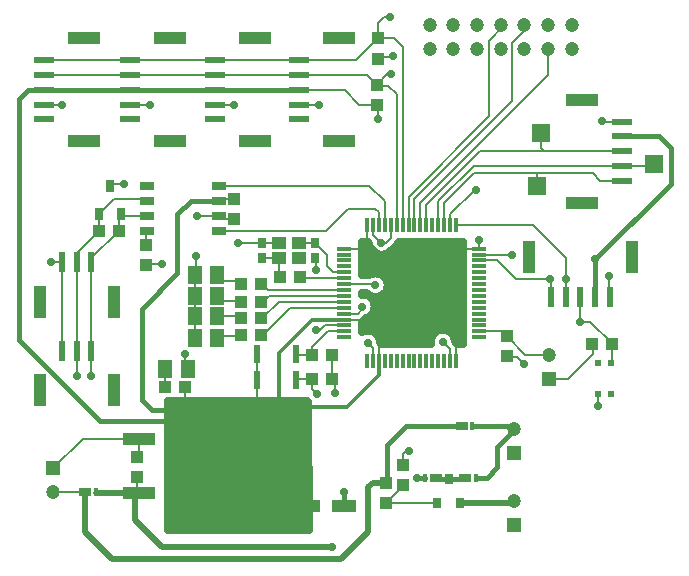
<source format=gbr>
G04 DipTrace 3.2.0.1*
G04 Top.gbr*
%MOIN*%
G04 #@! TF.FileFunction,Copper,L1,Top*
G04 #@! TF.Part,Single*
G04 #@! TA.AperFunction,Conductor*
%ADD14C,0.007874*%
%ADD15C,0.011811*%
%ADD16C,0.015748*%
%ADD17C,0.019685*%
G04 #@! TA.AperFunction,CopperBalancing*
%ADD18C,0.025*%
%ADD20R,0.021654X0.059055*%
G04 #@! TA.AperFunction,ComponentPad*
%ADD21R,0.047244X0.047244*%
%ADD22C,0.047244*%
%ADD23R,0.03937X0.043307*%
%ADD24R,0.043307X0.03937*%
%ADD25R,0.07874X0.03937*%
%ADD26R,0.027559X0.035433*%
%ADD27R,0.059055X0.059055*%
%ADD29R,0.031496X0.041339*%
%ADD30R,0.051181X0.059055*%
%ADD31R,0.015157X0.027165*%
%ADD32R,0.040748X0.027165*%
%ADD33R,0.110236X0.03937*%
%ADD34R,0.066929X0.023622*%
%ADD35R,0.03937X0.110236*%
%ADD36R,0.023622X0.066929*%
%ADD37R,0.031496X0.035433*%
%ADD38R,0.022441X0.018898*%
%ADD40R,0.047244X0.011811*%
%ADD41R,0.011811X0.047244*%
%ADD43R,0.045X0.03*%
%ADD45R,0.108268X0.03937*%
%ADD46R,0.242126X0.218504*%
%ADD47R,0.047244X0.03937*%
G04 #@! TA.AperFunction,ViaPad*
%ADD48C,0.027559*%
%ADD49C,0.062992*%
%FSLAX26Y26*%
G04*
G70*
G90*
G75*
G01*
G04 Top*
%LPD*%
X1151541Y1657480D2*
D14*
X1106659D1*
X1100360Y1651181D1*
X1889764Y1118110D2*
Y1177165D1*
X1633858Y1118110D2*
Y1192913D1*
X1515748Y1255906D2*
X1590551D1*
X1515748Y1492126D2*
X1594488D1*
Y1496063D1*
Y1570866D1*
X1968504Y1492126D2*
Y1519685D1*
X1098425Y768504D2*
X986220Y880709D1*
Y1029528D1*
X1098425Y768504D2*
X1233071Y633858D1*
X1397638D1*
X1629921Y2125984D2*
X1633858Y2129921D1*
X1681102D1*
Y2133858D1*
X1200787Y948819D2*
X1228329Y976361D1*
Y1055118D1*
Y1141732D1*
X1370079Y948819D2*
D15*
X1385827Y964567D1*
X1527559D1*
X1633858Y1070866D1*
Y1118110D1*
X1283465Y948819D2*
X1299213Y964567D1*
Y1145669D1*
X1409449Y1255906D1*
X1515748D1*
X948819Y948819D2*
D16*
X944882Y952756D1*
X877953D1*
X842520Y988189D1*
Y1291339D1*
X960630Y1409449D1*
Y1606299D1*
X1005512Y1651181D1*
X1100360D1*
X948819Y948819D2*
X917323Y917323D1*
X704724D1*
X433071Y1188976D1*
Y1992126D1*
X462598Y2021654D1*
X517717D1*
X1368110D1*
D14*
X1370079Y2019685D1*
X1519685D1*
X1566929Y1972441D1*
X1625984D1*
X1629921Y1968504D1*
Y1925197D1*
X1968504Y1492126D2*
X1862205D1*
X1838583Y1468504D1*
X1645669D1*
X1618110Y1496063D1*
X1594488D1*
X2354331Y1332677D2*
D16*
Y1456693D1*
X2606299Y1708661D1*
Y1826772D1*
X2566751Y1866320D1*
X2442913D1*
X1411400Y1059055D2*
D14*
X1360219D1*
X1356282Y1055118D1*
X1411400Y1059055D2*
Y1023622D1*
X1427148Y1007874D1*
X1425197Y1220472D2*
X1437008D1*
X1452756Y1236220D1*
X1515748D1*
X1411400Y1137795D2*
X1360219D1*
X1356282Y1141732D1*
X1411400Y1137795D2*
Y1165354D1*
X1462581Y1216535D1*
X1515748D1*
X859861Y1601181D2*
X778706D1*
X773588Y1606299D1*
X675197Y1151575D2*
Y1446850D1*
Y1460664D1*
X765714Y1551181D1*
Y1598425D1*
X773588Y1606299D1*
X675163Y1066929D2*
Y1151541D1*
X675197Y1151575D1*
X859861Y1651181D2*
Y1657480D1*
X749966D1*
X698785Y1606299D1*
Y1551181D2*
Y1606299D1*
X625984Y1151575D2*
Y1446850D1*
Y1478381D1*
X698785Y1551181D1*
X627919Y1066929D2*
Y1149640D1*
X625984Y1151575D1*
X1100360Y1701181D2*
X1601969D1*
X1653543Y1649606D1*
Y1570866D1*
X1100360Y1551181D2*
X1456693D1*
X1531496Y1625984D1*
X1622047D1*
X1633858Y1614173D1*
Y1570866D1*
X1870079D2*
Y1606299D1*
X1952756Y1688976D1*
X1956693D1*
X1151541Y1590551D2*
X1110990D1*
X1100360Y1601181D1*
X1870079Y1118110D2*
Y1157480D1*
X1846457Y1181102D1*
X1614173Y1118110D2*
Y1161417D1*
X1596457Y1179134D1*
X1515748Y1275591D2*
X1562992D1*
X1578740Y1291339D1*
Y1299213D1*
X1614173Y1570866D2*
Y1539370D1*
X1641732Y1511811D1*
X1673228Y1570866D2*
Y1527559D1*
X1657480Y1511811D1*
X1641732D1*
X1968504Y1472441D2*
X2078740D1*
X826772Y799213D2*
X834646Y807087D1*
Y858268D1*
X996063Y1090551D2*
X988189Y1098425D1*
Y1141732D1*
X1019685Y1192913D2*
Y1267717D1*
Y1334646D1*
Y1405512D1*
X1023622Y1409449D1*
Y1468504D1*
X1100360Y1601181D2*
X1099178Y1602362D1*
X1027559D1*
X856265Y1437008D2*
X860202Y1440945D1*
X909449D1*
X736186Y1700787D2*
X744060Y1708661D1*
X783465D1*
X576772Y1151575D2*
Y1446850D1*
X574803Y1448819D1*
X539370D1*
X1515748Y633858D2*
D16*
Y681102D1*
X1478329Y1137795D2*
D14*
Y1059055D1*
X1488189Y1049196D1*
Y1011811D1*
X2118110Y1106299D2*
X2094488Y1129921D1*
X2059055D1*
Y1133858D1*
X2362205Y968504D2*
Y1007087D1*
X2342520Y1173228D2*
X2346457D1*
Y1141732D1*
X2263780Y1059055D1*
X2200787D1*
X2403543Y1332677D2*
X2401575Y1334646D1*
Y1401575D1*
X2377953Y1917323D2*
X2379743Y1915533D1*
X2442913D1*
X1368110Y1972441D2*
X1433071D1*
X517717D2*
X578740D1*
X805118D2*
X870079D1*
X1149606D2*
X1088583D1*
X1165354Y1511811D2*
X1244094D1*
X1299213D2*
X1244094D1*
X1421260Y1460630D2*
X1425197Y1456693D1*
Y1421260D1*
X1712598Y771654D2*
Y807087D1*
X1724409Y818898D1*
X1732283D1*
X547244Y759843D2*
X645669Y858268D1*
X834646D1*
X517717Y2120079D2*
X805118D1*
X1088583D1*
X1368110D1*
X1557087D1*
X1629921Y2192913D1*
X1712598Y1570866D2*
Y2165354D1*
X1685039Y2192913D1*
X1629921D1*
Y2244094D1*
X1649606Y2263780D1*
X1669291D1*
X1368110Y2070866D2*
X1088583D1*
X805118D1*
X517717D1*
X1368110D2*
X1594488D1*
X1625984Y2039370D1*
X1622047Y2035433D1*
X1665354D1*
X1692913Y2007874D1*
Y1570866D1*
X1625984Y2039370D2*
X1661417Y2074803D1*
X1673228D1*
X1240157Y1374016D2*
X1244094D1*
X1263780Y1354331D1*
X1515748D1*
X1240157Y1314961D2*
Y1307087D1*
X1267717Y1334646D1*
X1515748D1*
X1240157Y1259843D2*
X1244094D1*
X1299213Y1314961D1*
X1515748D1*
X1240157Y1204724D2*
X1248031D1*
X1338583Y1295276D1*
X1515748D1*
X2118110Y2236220D2*
Y2216535D1*
X2078740Y2177165D1*
Y1984252D1*
X1751969Y1657480D1*
Y1570866D1*
X2039567Y2236220D2*
X2051181D1*
X2000000Y2185039D1*
Y1933071D1*
X1732283Y1665354D1*
Y1570866D1*
X856265Y1503937D2*
Y1547585D1*
X859861Y1551181D1*
X2082677Y649606D2*
D17*
Y645669D1*
X1903543D1*
X547244Y681102D2*
D14*
X653346D1*
D17*
Y547441D1*
X744094Y456693D1*
X1507874D1*
X1598425Y547244D1*
Y696850D1*
X1614173Y712598D1*
X1657480D1*
D16*
X1661417Y716535D1*
Y838583D1*
X1724409Y901575D1*
X1909252D1*
X834646Y678740D2*
D14*
X826772Y686614D1*
Y732283D1*
X1787402Y728346D2*
D16*
X1759843D1*
X1476378Y496063D2*
D17*
X909449D1*
X818898Y586614D1*
Y678740D1*
X834646D1*
X688976Y681102D2*
D14*
X691339Y678740D1*
D17*
X834646D1*
X2082677Y889764D2*
D16*
Y901575D1*
X1944882D1*
X1956693Y728346D2*
X1992126D1*
X2027559Y763780D1*
Y830709D1*
X2086614Y889764D1*
X2082677D1*
X1657480Y645669D2*
D14*
X1828740D1*
X1657480D2*
X1712598Y700787D1*
Y704724D1*
X1515748Y1393701D2*
X1370079D1*
Y1397638D1*
X1866142Y724409D2*
D16*
X1921063D1*
Y728346D1*
X1866142Y724409D2*
X1826969D1*
X1823031Y728346D1*
X1094488Y1192913D2*
D14*
Y1200787D1*
X1169291D1*
X1173228Y1204724D1*
X1094488Y1267717D2*
X1165354D1*
X1173228Y1259843D1*
X1094488Y1334646D2*
Y1318898D1*
X1165354D1*
X1169291Y1314961D1*
X1173228D1*
X1094488Y1405512D2*
Y1385827D1*
X1161417D1*
X1173228Y1374016D1*
X919291Y1029528D2*
X921260Y1031496D1*
Y1090551D1*
X1515748Y1413386D2*
X1480315D1*
X1460630Y1433071D1*
Y1472441D1*
X1421260Y1511811D1*
X1366142D1*
X1303150Y1397638D2*
X1299213Y1401575D1*
Y1460630D1*
X1244094D1*
X2200787Y1137795D2*
X2122047D1*
X2059055Y1200787D1*
Y1216535D1*
X1968504D1*
X1771654Y1570866D2*
Y1645669D1*
X2197047Y2071063D1*
Y2157480D1*
X2255906Y1332677D2*
Y1389764D1*
Y1460630D1*
X2145669Y1570866D1*
X1889764D1*
X2206693Y1332677D2*
Y1387795D1*
X2204724Y1389764D1*
X2090551D1*
X2027559Y1452756D1*
X1968504D1*
X2442913Y1817108D2*
X1970651D1*
X1791339Y1637795D1*
Y1570866D1*
X2173228Y1877953D2*
Y1826772D1*
X2182892Y1817108D1*
X2442913D1*
Y1767895D2*
X1948997D1*
X1830709Y1649606D1*
Y1570866D1*
X2551181Y1775591D2*
Y1767895D1*
X2442913D1*
X1850394Y1570866D2*
Y1645669D1*
X1948819Y1744094D1*
X2161417D1*
X2346457D1*
X2371869Y1718682D1*
X2442913D1*
X2161417Y1700787D2*
Y1744094D1*
X2305118Y1332677D2*
Y1250000D1*
X2303150Y1248031D1*
X1622047Y1370079D2*
Y1374016D1*
X1515748D1*
X2409449Y1173228D2*
X2413386D1*
X2338583Y1248031D1*
X2303150D1*
X2409449Y1173228D2*
Y1111811D1*
X2407874Y1110236D1*
D48*
X1889764Y1177165D3*
X1633858Y1192913D3*
X1590551Y1255906D3*
X1968504Y1519685D3*
X2354331Y1456693D3*
X1968504Y1519685D3*
X1846457Y1181102D3*
X1596457Y1179134D3*
X1578740Y1299213D3*
X1641732Y1511811D3*
X2078740Y1472441D3*
X1669291Y2263780D3*
X1673228Y2074803D3*
X627919Y1066929D3*
X675163D3*
X2204724Y1389764D3*
X2255906D3*
X2303150Y1248031D3*
X1622047Y1370079D3*
X1427148Y1007874D3*
X1956693Y1688976D3*
X1425197Y1220472D3*
X1594488Y1496063D3*
D49*
X1196850Y582677D3*
X1200787Y948819D3*
X1283465D3*
X1114173D3*
X1027559D3*
X1283465Y700787D3*
D48*
X1023622Y1468504D3*
D49*
X1110236Y582677D3*
X1031496D3*
D48*
X988189Y1141732D3*
X1027559Y1602362D3*
X909449Y1440945D3*
X783465Y1708661D3*
X539370Y1448819D3*
X1515748Y681102D3*
X1488189Y1011811D3*
X2118110Y1106299D3*
X2362205Y968504D3*
X2401575Y1401575D3*
D49*
X948819Y948819D3*
D48*
X2377953Y1917323D3*
X1433071Y1972441D3*
X1149606D3*
X870079D3*
X578740D3*
X1681102Y2133858D3*
D49*
X1279528Y582677D3*
D48*
X1165354Y1511811D3*
X1425197Y1421260D3*
D49*
X956693Y582677D3*
X1283465Y779528D3*
Y862205D3*
X1370079Y948819D3*
Y779528D3*
Y862205D3*
D48*
X1629921Y1925197D3*
X1732283Y818898D3*
X1759843Y728346D3*
X1476378Y496063D3*
X932341Y958694D2*
D18*
X1394768D1*
X932341Y933825D2*
X1394983D1*
X932341Y908957D2*
X1395198D1*
X932341Y884088D2*
X1395415D1*
X932341Y859219D2*
X1395630D1*
X932341Y834350D2*
X1395845D1*
X932341Y809482D2*
X1396060D1*
X932341Y784613D2*
X1396276D1*
X932341Y759744D2*
X1396491D1*
X932341Y734875D2*
X1396706D1*
X932341Y710007D2*
X1396921D1*
X932341Y685138D2*
X1397136D1*
X932341Y660269D2*
X1397352D1*
X932341Y635400D2*
X1397567D1*
X932341Y610531D2*
X1397819D1*
X932341Y585663D2*
X1398034D1*
X932341Y560794D2*
X1398249D1*
X967437Y983563D2*
X958251Y983350D1*
X929794D1*
X929823Y555801D1*
X1400790Y555807D1*
X1397079Y981076D1*
X1395064Y983572D1*
X967463Y983563D1*
X1578010Y1490190D2*
X1605270D1*
X1681392D2*
X1910214D1*
X1578010Y1465322D2*
X1910214D1*
X1578010Y1440453D2*
X1910214D1*
X1578010Y1415584D2*
X1910214D1*
X1659144Y1390715D2*
X1910214D1*
X1664598Y1365846D2*
X1910214D1*
X1578010Y1340978D2*
X1591706D1*
X1652398D2*
X1910214D1*
X1617806Y1316109D2*
X1910214D1*
X1620713Y1291240D2*
X1910214D1*
X1604564Y1266371D2*
X1910214D1*
X1578010Y1241503D2*
X1910214D1*
X1613643Y1216634D2*
X1824988D1*
X1867919D2*
X1910214D1*
X1637184Y1191765D2*
X1805109D1*
X1887798D2*
X1910214D1*
X1662194Y1366919D2*
X1661206Y1360677D1*
X1659253Y1354668D1*
X1656385Y1349037D1*
X1652671Y1343924D1*
X1648202Y1339455D1*
X1643089Y1335741D1*
X1637458Y1332873D1*
X1631449Y1330920D1*
X1625207Y1329932D1*
X1618887D1*
X1612646Y1330920D1*
X1606636Y1332873D1*
X1601005Y1335741D1*
X1595892Y1339455D1*
X1591735Y1343589D1*
X1575505Y1343587D1*
X1575580Y1339360D1*
X1581900D1*
X1588142Y1338371D1*
X1594151Y1336419D1*
X1599782Y1333550D1*
X1604895Y1329836D1*
X1609364Y1325367D1*
X1613077Y1320255D1*
X1615946Y1314623D1*
X1617899Y1308614D1*
X1618887Y1302373D1*
Y1296052D1*
X1617899Y1289811D1*
X1615946Y1283802D1*
X1613077Y1278171D1*
X1609364Y1273058D1*
X1604895Y1268589D1*
X1599782Y1264875D1*
X1594151Y1262007D1*
X1591451Y1261010D1*
X1582755Y1252451D1*
X1578891Y1249646D1*
X1576798Y1248474D1*
X1575492Y1242782D1*
Y1213537D1*
X1581046Y1216340D1*
X1587055Y1218293D1*
X1593297Y1219281D1*
X1599617D1*
X1605858Y1218293D1*
X1611867Y1216340D1*
X1617499Y1213471D1*
X1622612Y1209757D1*
X1627080Y1205289D1*
X1630794Y1200176D1*
X1633663Y1194545D1*
X1635615Y1188535D1*
X1636617Y1181961D1*
X1640118Y1177316D1*
X1641290Y1175223D1*
X1645669Y1173917D1*
X1806825D1*
X1806185Y1181102D1*
X1806681Y1187403D1*
X1808156Y1193547D1*
X1810575Y1199386D1*
X1813877Y1204773D1*
X1817980Y1209579D1*
X1822786Y1213682D1*
X1828173Y1216984D1*
X1834012Y1219403D1*
X1840156Y1220878D1*
X1846457Y1221374D1*
X1852757Y1220878D1*
X1858902Y1219403D1*
X1864740Y1216984D1*
X1870127Y1213682D1*
X1874933Y1209579D1*
X1879037Y1204773D1*
X1882339Y1199386D1*
X1884757Y1193547D1*
X1886232Y1187403D1*
X1886615Y1183978D1*
X1893218Y1177243D1*
X1894702Y1175358D1*
X1902887Y1173917D1*
X1912684D1*
X1912697Y1515056D1*
X1700957Y1515059D1*
X1697846Y1509673D1*
X1694745Y1506042D1*
X1677243Y1488672D1*
X1670209Y1483335D1*
X1665403Y1479231D1*
X1660016Y1475929D1*
X1654177Y1473510D1*
X1648033Y1472035D1*
X1641732Y1471539D1*
X1635432Y1472035D1*
X1629287Y1473510D1*
X1623449Y1475929D1*
X1618062Y1479231D1*
X1613256Y1483335D1*
X1609152Y1488140D1*
X1605850Y1493528D1*
X1603432Y1499366D1*
X1601957Y1505510D1*
X1601573Y1508936D1*
X1595476Y1515034D1*
X1575505Y1515059D1*
X1575492Y1404441D1*
X1601045Y1404445D1*
X1606636Y1407285D1*
X1612646Y1409238D1*
X1618887Y1410226D1*
X1625207D1*
X1631449Y1409238D1*
X1637458Y1407285D1*
X1643089Y1404416D1*
X1648202Y1400702D1*
X1652671Y1396234D1*
X1656385Y1391121D1*
X1659253Y1385490D1*
X1661206Y1379480D1*
X1662194Y1373239D1*
Y1366919D1*
D20*
X1356282Y1055118D3*
X1228329D3*
X1356282Y1141732D3*
X1228329D3*
D21*
X2082677Y811024D3*
D22*
Y889764D3*
D25*
X1515748Y633858D3*
X1397638D3*
D26*
X1244094Y1511811D3*
Y1460630D3*
X1421260D3*
Y1511811D3*
D24*
X2342520Y1173228D3*
X2409449D3*
D23*
X1151541Y1590551D3*
Y1657480D3*
X826772Y799213D3*
Y732283D3*
D29*
X698785Y1606299D3*
X773588D3*
X736186Y1700787D3*
D30*
X1094488Y1334646D3*
X1019685D3*
X1094488Y1267717D3*
X1019685D3*
X1094488Y1192913D3*
X1019685D3*
X1094488Y1405512D3*
X1019685D3*
X921260Y1090551D3*
X996063D3*
D31*
X1944882Y901575D3*
D32*
X1909252D3*
D31*
X1956693Y728346D3*
D32*
X1921063D3*
D31*
X1787402D3*
D32*
X1823031D3*
D31*
X688976Y681102D3*
D32*
X653346D3*
D21*
X2200787Y1059055D3*
D22*
Y1137795D3*
D33*
X649606Y1850394D3*
Y2192913D3*
D34*
X517717Y1923228D3*
Y1972441D3*
Y2021654D3*
Y1923228D3*
Y2070866D3*
Y2120079D3*
D21*
X547244Y759843D3*
D22*
Y681102D3*
D21*
X2082677Y570866D3*
D22*
Y649606D3*
D33*
X1500000Y1850394D3*
Y2192913D3*
D34*
X1368110Y1923228D3*
Y1972441D3*
Y2021654D3*
Y1923228D3*
Y2070866D3*
Y2120079D3*
D33*
X1220472Y1850394D3*
Y2192913D3*
D34*
X1088583Y1923228D3*
Y1972441D3*
Y2021654D3*
Y1923228D3*
Y2070866D3*
Y2120079D3*
D33*
X937008Y1850394D3*
Y2192913D3*
D34*
X805118Y1923228D3*
Y1972441D3*
Y2021654D3*
Y1923228D3*
Y2070866D3*
Y2120079D3*
D33*
X2311024Y1988367D3*
Y1645848D3*
D34*
X2442913Y1866320D3*
Y1817108D3*
Y1915533D3*
Y1767895D3*
Y1718682D3*
D35*
X503937Y1019685D3*
X750000D3*
D36*
X576772Y1151575D3*
X625984D3*
X675197D3*
D35*
X2476378Y1464567D3*
X2133858D3*
D36*
X2354331Y1332677D3*
X2305118D3*
X2403543D3*
X2255906D3*
X2206693D3*
D35*
X503937Y1314961D3*
X750000D3*
D36*
X576772Y1446850D3*
X625984D3*
X675197D3*
D37*
X1866142Y724409D3*
X1903543Y645669D3*
X1828740D3*
D23*
X2059055Y1133858D3*
Y1200787D3*
D24*
X1478329Y1137795D3*
X1411400D3*
X1478329Y1059055D3*
X1411400D3*
D23*
X1657480Y645669D3*
Y712598D3*
X1712598Y704724D3*
Y771654D3*
X1629921Y2192913D3*
Y2125984D3*
X1625984Y2039370D3*
Y1972441D3*
D24*
X1173228Y1204724D3*
X1240157D3*
X1173228Y1259843D3*
X1240157D3*
X1173228Y1314961D3*
X1240157D3*
X1173228Y1374016D3*
X1240157D3*
X1370079Y1397638D3*
X1303150D3*
X765714Y1551181D3*
X698785D3*
D23*
X856265Y1503937D3*
Y1437008D3*
D24*
X919291Y1029528D3*
X986220D3*
D38*
X2362205Y1110236D3*
Y1007087D3*
X2407874Y1110236D3*
Y1007087D3*
D40*
X1515748Y1492126D3*
Y1472441D3*
Y1452756D3*
Y1433071D3*
Y1413386D3*
Y1393701D3*
Y1374016D3*
Y1354331D3*
Y1334646D3*
Y1314961D3*
Y1295276D3*
Y1275591D3*
Y1255906D3*
Y1236220D3*
Y1216535D3*
Y1196850D3*
D41*
X1594488Y1118110D3*
X1614173D3*
X1633858D3*
X1653543D3*
X1673228D3*
X1692913D3*
X1712598D3*
X1732283D3*
X1751969D3*
X1771654D3*
X1791339D3*
X1811024D3*
X1830709D3*
X1850394D3*
X1870079D3*
X1889764D3*
D40*
X1968504Y1196850D3*
Y1216535D3*
Y1236220D3*
Y1255906D3*
Y1275591D3*
Y1295276D3*
Y1314961D3*
Y1334646D3*
Y1354331D3*
Y1374016D3*
Y1393701D3*
Y1413386D3*
Y1433071D3*
Y1452756D3*
Y1472441D3*
Y1492126D3*
D41*
X1889764Y1570866D3*
X1870079D3*
X1850394D3*
X1830709D3*
X1811024D3*
X1791339D3*
X1771654D3*
X1751969D3*
X1732283D3*
X1712598D3*
X1692913D3*
X1673228D3*
X1653543D3*
X1633858D3*
X1614173D3*
X1594488D3*
D43*
X1100360Y1551181D3*
Y1601181D3*
Y1651181D3*
Y1701181D3*
X859861D3*
Y1651181D3*
Y1601181D3*
Y1551181D3*
D45*
X834646Y858268D3*
Y678740D3*
D46*
X1098425Y768504D3*
D22*
X1803150Y2236220D3*
X1882087D3*
X1960630D3*
X2039567D3*
X2118110D3*
X2197047D3*
X2275591D3*
X1803150Y2157480D3*
X1882087D3*
X1960630D3*
X2039567D3*
X2118110D3*
X2197047D3*
X2275591D3*
D27*
X2173228Y1877953D3*
X2551181Y1775591D3*
X2161417Y1700787D3*
D47*
X1366142Y1460630D3*
Y1511811D3*
X1299213Y1460630D3*
Y1511811D3*
M02*

</source>
